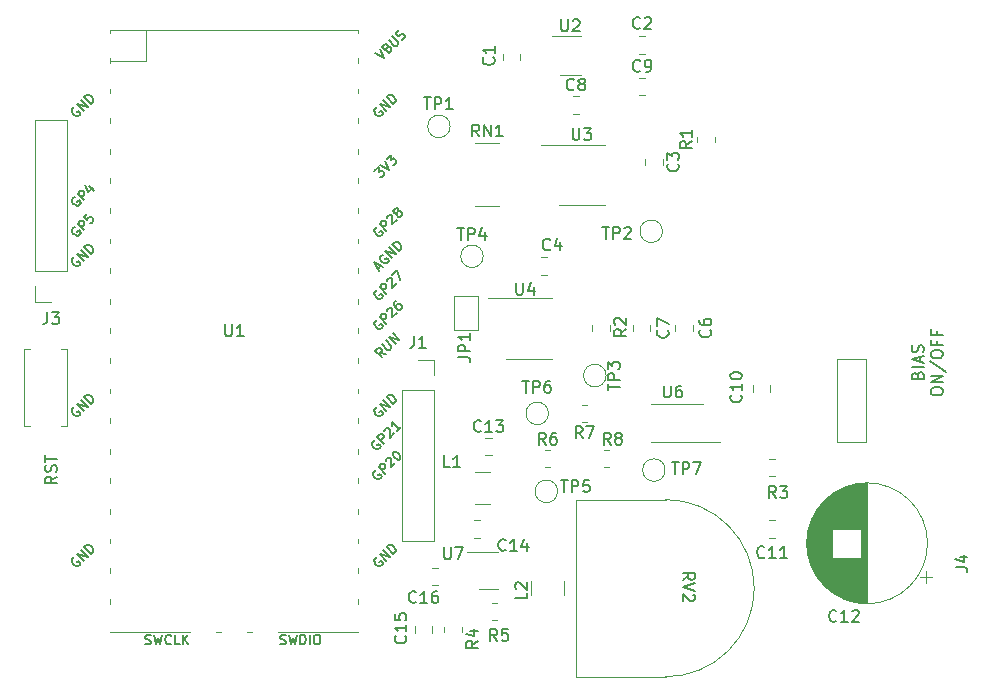
<source format=gbr>
%TF.GenerationSoftware,KiCad,Pcbnew,(6.0.0)*%
%TF.CreationDate,2022-03-15T13:53:43+01:00*%
%TF.ProjectId,driver-board,64726976-6572-42d6-926f-6172642e6b69,rev?*%
%TF.SameCoordinates,Original*%
%TF.FileFunction,Legend,Top*%
%TF.FilePolarity,Positive*%
%FSLAX46Y46*%
G04 Gerber Fmt 4.6, Leading zero omitted, Abs format (unit mm)*
G04 Created by KiCad (PCBNEW (6.0.0)) date 2022-03-15 13:53:43*
%MOMM*%
%LPD*%
G01*
G04 APERTURE LIST*
%ADD10C,0.150000*%
%ADD11C,0.120000*%
G04 APERTURE END LIST*
D10*
X63452380Y-111547619D02*
X62976190Y-111880952D01*
X63452380Y-112119047D02*
X62452380Y-112119047D01*
X62452380Y-111738095D01*
X62500000Y-111642857D01*
X62547619Y-111595238D01*
X62642857Y-111547619D01*
X62785714Y-111547619D01*
X62880952Y-111595238D01*
X62928571Y-111642857D01*
X62976190Y-111738095D01*
X62976190Y-112119047D01*
X63404761Y-111166666D02*
X63452380Y-111023809D01*
X63452380Y-110785714D01*
X63404761Y-110690476D01*
X63357142Y-110642857D01*
X63261904Y-110595238D01*
X63166666Y-110595238D01*
X63071428Y-110642857D01*
X63023809Y-110690476D01*
X62976190Y-110785714D01*
X62928571Y-110976190D01*
X62880952Y-111071428D01*
X62833333Y-111119047D01*
X62738095Y-111166666D01*
X62642857Y-111166666D01*
X62547619Y-111119047D01*
X62500000Y-111071428D01*
X62452380Y-110976190D01*
X62452380Y-110738095D01*
X62500000Y-110595238D01*
X62452380Y-110309523D02*
X62452380Y-109738095D01*
X63452380Y-110023809D02*
X62452380Y-110023809D01*
X136323571Y-102971428D02*
X136371190Y-102828571D01*
X136418809Y-102780952D01*
X136514047Y-102733333D01*
X136656904Y-102733333D01*
X136752142Y-102780952D01*
X136799761Y-102828571D01*
X136847380Y-102923809D01*
X136847380Y-103304761D01*
X135847380Y-103304761D01*
X135847380Y-102971428D01*
X135895000Y-102876190D01*
X135942619Y-102828571D01*
X136037857Y-102780952D01*
X136133095Y-102780952D01*
X136228333Y-102828571D01*
X136275952Y-102876190D01*
X136323571Y-102971428D01*
X136323571Y-103304761D01*
X136847380Y-102304761D02*
X135847380Y-102304761D01*
X136561666Y-101876190D02*
X136561666Y-101400000D01*
X136847380Y-101971428D02*
X135847380Y-101638095D01*
X136847380Y-101304761D01*
X136799761Y-101019047D02*
X136847380Y-100876190D01*
X136847380Y-100638095D01*
X136799761Y-100542857D01*
X136752142Y-100495238D01*
X136656904Y-100447619D01*
X136561666Y-100447619D01*
X136466428Y-100495238D01*
X136418809Y-100542857D01*
X136371190Y-100638095D01*
X136323571Y-100828571D01*
X136275952Y-100923809D01*
X136228333Y-100971428D01*
X136133095Y-101019047D01*
X136037857Y-101019047D01*
X135942619Y-100971428D01*
X135895000Y-100923809D01*
X135847380Y-100828571D01*
X135847380Y-100590476D01*
X135895000Y-100447619D01*
X137457380Y-104423809D02*
X137457380Y-104233333D01*
X137505000Y-104138095D01*
X137600238Y-104042857D01*
X137790714Y-103995238D01*
X138124047Y-103995238D01*
X138314523Y-104042857D01*
X138409761Y-104138095D01*
X138457380Y-104233333D01*
X138457380Y-104423809D01*
X138409761Y-104519047D01*
X138314523Y-104614285D01*
X138124047Y-104661904D01*
X137790714Y-104661904D01*
X137600238Y-104614285D01*
X137505000Y-104519047D01*
X137457380Y-104423809D01*
X138457380Y-103566666D02*
X137457380Y-103566666D01*
X138457380Y-102995238D01*
X137457380Y-102995238D01*
X137409761Y-101804761D02*
X138695476Y-102661904D01*
X137457380Y-101280952D02*
X137457380Y-101090476D01*
X137505000Y-100995238D01*
X137600238Y-100900000D01*
X137790714Y-100852380D01*
X138124047Y-100852380D01*
X138314523Y-100900000D01*
X138409761Y-100995238D01*
X138457380Y-101090476D01*
X138457380Y-101280952D01*
X138409761Y-101376190D01*
X138314523Y-101471428D01*
X138124047Y-101519047D01*
X137790714Y-101519047D01*
X137600238Y-101471428D01*
X137505000Y-101376190D01*
X137457380Y-101280952D01*
X137933571Y-100090476D02*
X137933571Y-100423809D01*
X138457380Y-100423809D02*
X137457380Y-100423809D01*
X137457380Y-99947619D01*
X137933571Y-99233333D02*
X137933571Y-99566666D01*
X138457380Y-99566666D02*
X137457380Y-99566666D01*
X137457380Y-99090476D01*
%TO.C,U1*%
X77690595Y-98654880D02*
X77690595Y-99464404D01*
X77738214Y-99559642D01*
X77785833Y-99607261D01*
X77881071Y-99654880D01*
X78071547Y-99654880D01*
X78166785Y-99607261D01*
X78214404Y-99559642D01*
X78262023Y-99464404D01*
X78262023Y-98654880D01*
X79262023Y-99654880D02*
X78690595Y-99654880D01*
X78976309Y-99654880D02*
X78976309Y-98654880D01*
X78881071Y-98797738D01*
X78785833Y-98892976D01*
X78690595Y-98940595D01*
X91290875Y-101145935D02*
X90832939Y-101065122D01*
X90967626Y-101469183D02*
X90401941Y-100903498D01*
X90617440Y-100687999D01*
X90698252Y-100661061D01*
X90752127Y-100661061D01*
X90832939Y-100687999D01*
X90913751Y-100768811D01*
X90940689Y-100849623D01*
X90940689Y-100903498D01*
X90913751Y-100984310D01*
X90698252Y-101199809D01*
X90967626Y-100337812D02*
X91425562Y-100795748D01*
X91506374Y-100822686D01*
X91560249Y-100822686D01*
X91641061Y-100795748D01*
X91748811Y-100687999D01*
X91775748Y-100607187D01*
X91775748Y-100553312D01*
X91748811Y-100472500D01*
X91290875Y-100014564D01*
X92125935Y-100310875D02*
X91560249Y-99745190D01*
X92449183Y-99987626D01*
X91883498Y-99421941D01*
X64938658Y-80300655D02*
X64857846Y-80327593D01*
X64777034Y-80408405D01*
X64723159Y-80516154D01*
X64723159Y-80623904D01*
X64750097Y-80704716D01*
X64830909Y-80839403D01*
X64911721Y-80920215D01*
X65046408Y-81001028D01*
X65127220Y-81027965D01*
X65234970Y-81027965D01*
X65342719Y-80974090D01*
X65396594Y-80920215D01*
X65450469Y-80812466D01*
X65450469Y-80758591D01*
X65261907Y-80570029D01*
X65154158Y-80677779D01*
X65746780Y-80570029D02*
X65181095Y-80004344D01*
X66070029Y-80246780D01*
X65504344Y-79681095D01*
X66339403Y-79977406D02*
X65773718Y-79411721D01*
X65908405Y-79277034D01*
X66016154Y-79223159D01*
X66123904Y-79223159D01*
X66204716Y-79250097D01*
X66339403Y-79330909D01*
X66420215Y-79411721D01*
X66501028Y-79546408D01*
X66527965Y-79627220D01*
X66527965Y-79734970D01*
X66474090Y-79842719D01*
X66339403Y-79977406D01*
X90538658Y-80300655D02*
X90457846Y-80327593D01*
X90377034Y-80408405D01*
X90323159Y-80516154D01*
X90323159Y-80623904D01*
X90350097Y-80704716D01*
X90430909Y-80839403D01*
X90511721Y-80920215D01*
X90646408Y-81001028D01*
X90727220Y-81027965D01*
X90834970Y-81027965D01*
X90942719Y-80974090D01*
X90996594Y-80920215D01*
X91050469Y-80812466D01*
X91050469Y-80758591D01*
X90861907Y-80570029D01*
X90754158Y-80677779D01*
X91346780Y-80570029D02*
X90781095Y-80004344D01*
X91670029Y-80246780D01*
X91104344Y-79681095D01*
X91939403Y-79977406D02*
X91373718Y-79411721D01*
X91508405Y-79277034D01*
X91616154Y-79223159D01*
X91723904Y-79223159D01*
X91804716Y-79250097D01*
X91939403Y-79330909D01*
X92020215Y-79411721D01*
X92101028Y-79546408D01*
X92127965Y-79627220D01*
X92127965Y-79734970D01*
X92074090Y-79842719D01*
X91939403Y-79977406D01*
X64938658Y-93000655D02*
X64857846Y-93027593D01*
X64777034Y-93108405D01*
X64723159Y-93216154D01*
X64723159Y-93323904D01*
X64750097Y-93404716D01*
X64830909Y-93539403D01*
X64911721Y-93620215D01*
X65046408Y-93701028D01*
X65127220Y-93727965D01*
X65234970Y-93727965D01*
X65342719Y-93674090D01*
X65396594Y-93620215D01*
X65450469Y-93512466D01*
X65450469Y-93458591D01*
X65261907Y-93270029D01*
X65154158Y-93377779D01*
X65746780Y-93270029D02*
X65181095Y-92704344D01*
X66070029Y-92946780D01*
X65504344Y-92381095D01*
X66339403Y-92677406D02*
X65773718Y-92111721D01*
X65908405Y-91977034D01*
X66016154Y-91923159D01*
X66123904Y-91923159D01*
X66204716Y-91950097D01*
X66339403Y-92030909D01*
X66420215Y-92111721D01*
X66501028Y-92246408D01*
X66527965Y-92327220D01*
X66527965Y-92434970D01*
X66474090Y-92542719D01*
X66339403Y-92677406D01*
X90343722Y-108493092D02*
X90262910Y-108520029D01*
X90182097Y-108600841D01*
X90128223Y-108708591D01*
X90128223Y-108816341D01*
X90155160Y-108897153D01*
X90235972Y-109031840D01*
X90316784Y-109112652D01*
X90451471Y-109193464D01*
X90532284Y-109220402D01*
X90640033Y-109220402D01*
X90747783Y-109166527D01*
X90801658Y-109112652D01*
X90855532Y-109004902D01*
X90855532Y-108951028D01*
X90666971Y-108762466D01*
X90559221Y-108870215D01*
X91151844Y-108762466D02*
X90586158Y-108196780D01*
X90801658Y-107981281D01*
X90882470Y-107954344D01*
X90936345Y-107954344D01*
X91017157Y-107981281D01*
X91097969Y-108062093D01*
X91124906Y-108142906D01*
X91124906Y-108196780D01*
X91097969Y-108277593D01*
X90882470Y-108493092D01*
X91178781Y-107711907D02*
X91178781Y-107658032D01*
X91205719Y-107577220D01*
X91340406Y-107442533D01*
X91421218Y-107415596D01*
X91475093Y-107415596D01*
X91555905Y-107442533D01*
X91609780Y-107496408D01*
X91663654Y-107604158D01*
X91663654Y-108250655D01*
X92013841Y-107900469D01*
X92552589Y-107361721D02*
X92229340Y-107684970D01*
X92390964Y-107523345D02*
X91825279Y-106957660D01*
X91852216Y-107092347D01*
X91852216Y-107200097D01*
X91825279Y-107280909D01*
X90604097Y-93943464D02*
X90873471Y-93674090D01*
X90711846Y-94158963D02*
X90334723Y-93404716D01*
X91088970Y-93781840D01*
X91035095Y-92758219D02*
X90954283Y-92785156D01*
X90873471Y-92865968D01*
X90819596Y-92973718D01*
X90819596Y-93081467D01*
X90846533Y-93162280D01*
X90927345Y-93296967D01*
X91008158Y-93377779D01*
X91142845Y-93458591D01*
X91223657Y-93485528D01*
X91331406Y-93485528D01*
X91439156Y-93431654D01*
X91493031Y-93377779D01*
X91546906Y-93270029D01*
X91546906Y-93216154D01*
X91358344Y-93027593D01*
X91250594Y-93135342D01*
X91843217Y-93027593D02*
X91277532Y-92461907D01*
X92166466Y-92704344D01*
X91600780Y-92138658D01*
X92435840Y-92434970D02*
X91870154Y-91869284D01*
X92004841Y-91734597D01*
X92112591Y-91680723D01*
X92220341Y-91680723D01*
X92301153Y-91707660D01*
X92435840Y-91788472D01*
X92516652Y-91869284D01*
X92597464Y-92003971D01*
X92624402Y-92084784D01*
X92624402Y-92192533D01*
X92570527Y-92300283D01*
X92435840Y-92434970D01*
X70942976Y-125726309D02*
X71057261Y-125764404D01*
X71247738Y-125764404D01*
X71323928Y-125726309D01*
X71362023Y-125688214D01*
X71400119Y-125612023D01*
X71400119Y-125535833D01*
X71362023Y-125459642D01*
X71323928Y-125421547D01*
X71247738Y-125383452D01*
X71095357Y-125345357D01*
X71019166Y-125307261D01*
X70981071Y-125269166D01*
X70942976Y-125192976D01*
X70942976Y-125116785D01*
X70981071Y-125040595D01*
X71019166Y-125002500D01*
X71095357Y-124964404D01*
X71285833Y-124964404D01*
X71400119Y-125002500D01*
X71666785Y-124964404D02*
X71857261Y-125764404D01*
X72009642Y-125192976D01*
X72162023Y-125764404D01*
X72352500Y-124964404D01*
X73114404Y-125688214D02*
X73076309Y-125726309D01*
X72962023Y-125764404D01*
X72885833Y-125764404D01*
X72771547Y-125726309D01*
X72695357Y-125650119D01*
X72657261Y-125573928D01*
X72619166Y-125421547D01*
X72619166Y-125307261D01*
X72657261Y-125154880D01*
X72695357Y-125078690D01*
X72771547Y-125002500D01*
X72885833Y-124964404D01*
X72962023Y-124964404D01*
X73076309Y-125002500D01*
X73114404Y-125040595D01*
X73838214Y-125764404D02*
X73457261Y-125764404D01*
X73457261Y-124964404D01*
X74104880Y-125764404D02*
X74104880Y-124964404D01*
X74562023Y-125764404D02*
X74219166Y-125307261D01*
X74562023Y-124964404D02*
X74104880Y-125421547D01*
X90405629Y-75729809D02*
X91159877Y-76106933D01*
X90782753Y-75352686D01*
X91429251Y-75244936D02*
X91537000Y-75191061D01*
X91590875Y-75191061D01*
X91671687Y-75217999D01*
X91752499Y-75298811D01*
X91779437Y-75379623D01*
X91779437Y-75433498D01*
X91752500Y-75514310D01*
X91537000Y-75729809D01*
X90971315Y-75164124D01*
X91159877Y-74975562D01*
X91240689Y-74948625D01*
X91294564Y-74948625D01*
X91375376Y-74975562D01*
X91429251Y-75029437D01*
X91456188Y-75110249D01*
X91456188Y-75164124D01*
X91429251Y-75244936D01*
X91240689Y-75433498D01*
X91537000Y-74598438D02*
X91994936Y-75056374D01*
X92075748Y-75083312D01*
X92129623Y-75083312D01*
X92210435Y-75056374D01*
X92318185Y-74948625D01*
X92345122Y-74867812D01*
X92345122Y-74813938D01*
X92318185Y-74733125D01*
X91860249Y-74275190D01*
X92641434Y-74571501D02*
X92749183Y-74517626D01*
X92883870Y-74382939D01*
X92910808Y-74302127D01*
X92910808Y-74248252D01*
X92883870Y-74167440D01*
X92829996Y-74113565D01*
X92749183Y-74086628D01*
X92695309Y-74086628D01*
X92614496Y-74113565D01*
X92479809Y-74194377D01*
X92398997Y-74221315D01*
X92345122Y-74221315D01*
X92264310Y-74194377D01*
X92210435Y-74140503D01*
X92183498Y-74059690D01*
X92183498Y-74005816D01*
X92210435Y-73925003D01*
X92345122Y-73790316D01*
X92452872Y-73736442D01*
X82357261Y-125726309D02*
X82471547Y-125764404D01*
X82662023Y-125764404D01*
X82738214Y-125726309D01*
X82776309Y-125688214D01*
X82814404Y-125612023D01*
X82814404Y-125535833D01*
X82776309Y-125459642D01*
X82738214Y-125421547D01*
X82662023Y-125383452D01*
X82509642Y-125345357D01*
X82433452Y-125307261D01*
X82395357Y-125269166D01*
X82357261Y-125192976D01*
X82357261Y-125116785D01*
X82395357Y-125040595D01*
X82433452Y-125002500D01*
X82509642Y-124964404D01*
X82700119Y-124964404D01*
X82814404Y-125002500D01*
X83081071Y-124964404D02*
X83271547Y-125764404D01*
X83423928Y-125192976D01*
X83576309Y-125764404D01*
X83766785Y-124964404D01*
X84071547Y-125764404D02*
X84071547Y-124964404D01*
X84262023Y-124964404D01*
X84376309Y-125002500D01*
X84452500Y-125078690D01*
X84490595Y-125154880D01*
X84528690Y-125307261D01*
X84528690Y-125421547D01*
X84490595Y-125573928D01*
X84452500Y-125650119D01*
X84376309Y-125726309D01*
X84262023Y-125764404D01*
X84071547Y-125764404D01*
X84871547Y-125764404D02*
X84871547Y-124964404D01*
X85404880Y-124964404D02*
X85557261Y-124964404D01*
X85633452Y-125002500D01*
X85709642Y-125078690D01*
X85747738Y-125231071D01*
X85747738Y-125497738D01*
X85709642Y-125650119D01*
X85633452Y-125726309D01*
X85557261Y-125764404D01*
X85404880Y-125764404D01*
X85328690Y-125726309D01*
X85252500Y-125650119D01*
X85214404Y-125497738D01*
X85214404Y-125231071D01*
X85252500Y-125078690D01*
X85328690Y-125002500D01*
X85404880Y-124964404D01*
X90538658Y-105700655D02*
X90457846Y-105727593D01*
X90377034Y-105808405D01*
X90323159Y-105916154D01*
X90323159Y-106023904D01*
X90350097Y-106104716D01*
X90430909Y-106239403D01*
X90511721Y-106320215D01*
X90646408Y-106401028D01*
X90727220Y-106427965D01*
X90834970Y-106427965D01*
X90942719Y-106374090D01*
X90996594Y-106320215D01*
X91050469Y-106212466D01*
X91050469Y-106158591D01*
X90861907Y-105970029D01*
X90754158Y-106077779D01*
X91346780Y-105970029D02*
X90781095Y-105404344D01*
X91670029Y-105646780D01*
X91104344Y-105081095D01*
X91939403Y-105377406D02*
X91373718Y-104811721D01*
X91508405Y-104677034D01*
X91616154Y-104623159D01*
X91723904Y-104623159D01*
X91804716Y-104650097D01*
X91939403Y-104730909D01*
X92020215Y-104811721D01*
X92101028Y-104946408D01*
X92127965Y-105027220D01*
X92127965Y-105134970D01*
X92074090Y-105242719D01*
X91939403Y-105377406D01*
X64965596Y-87893718D02*
X64884784Y-87920655D01*
X64803971Y-88001467D01*
X64750097Y-88109217D01*
X64750097Y-88216967D01*
X64777034Y-88297779D01*
X64857846Y-88432466D01*
X64938658Y-88513278D01*
X65073345Y-88594090D01*
X65154158Y-88621028D01*
X65261907Y-88621028D01*
X65369657Y-88567153D01*
X65423532Y-88513278D01*
X65477406Y-88405528D01*
X65477406Y-88351654D01*
X65288845Y-88163092D01*
X65181095Y-88270841D01*
X65773718Y-88163092D02*
X65208032Y-87597406D01*
X65423532Y-87381907D01*
X65504344Y-87354970D01*
X65558219Y-87354970D01*
X65639031Y-87381907D01*
X65719843Y-87462719D01*
X65746780Y-87543532D01*
X65746780Y-87597406D01*
X65719843Y-87678219D01*
X65504344Y-87893718D01*
X66204716Y-86977846D02*
X66581840Y-87354970D01*
X65854530Y-86897034D02*
X66123904Y-87435782D01*
X66474090Y-87085596D01*
X64938658Y-118400655D02*
X64857846Y-118427593D01*
X64777034Y-118508405D01*
X64723159Y-118616154D01*
X64723159Y-118723904D01*
X64750097Y-118804716D01*
X64830909Y-118939403D01*
X64911721Y-119020215D01*
X65046408Y-119101028D01*
X65127220Y-119127965D01*
X65234970Y-119127965D01*
X65342719Y-119074090D01*
X65396594Y-119020215D01*
X65450469Y-118912466D01*
X65450469Y-118858591D01*
X65261907Y-118670029D01*
X65154158Y-118777779D01*
X65746780Y-118670029D02*
X65181095Y-118104344D01*
X66070029Y-118346780D01*
X65504344Y-117781095D01*
X66339403Y-118077406D02*
X65773718Y-117511721D01*
X65908405Y-117377034D01*
X66016154Y-117323159D01*
X66123904Y-117323159D01*
X66204716Y-117350097D01*
X66339403Y-117430909D01*
X66420215Y-117511721D01*
X66501028Y-117646408D01*
X66527965Y-117727220D01*
X66527965Y-117834970D01*
X66474090Y-117942719D01*
X66339403Y-118077406D01*
X90550222Y-90449092D02*
X90469410Y-90476029D01*
X90388597Y-90556841D01*
X90334723Y-90664591D01*
X90334723Y-90772341D01*
X90361660Y-90853153D01*
X90442472Y-90987840D01*
X90523284Y-91068652D01*
X90657971Y-91149464D01*
X90738784Y-91176402D01*
X90846533Y-91176402D01*
X90954283Y-91122527D01*
X91008158Y-91068652D01*
X91062032Y-90960902D01*
X91062032Y-90907028D01*
X90873471Y-90718466D01*
X90765721Y-90826215D01*
X91358344Y-90718466D02*
X90792658Y-90152780D01*
X91008158Y-89937281D01*
X91088970Y-89910344D01*
X91142845Y-89910344D01*
X91223657Y-89937281D01*
X91304469Y-90018093D01*
X91331406Y-90098906D01*
X91331406Y-90152780D01*
X91304469Y-90233593D01*
X91088970Y-90449092D01*
X91385281Y-89667907D02*
X91385281Y-89614032D01*
X91412219Y-89533220D01*
X91546906Y-89398533D01*
X91627718Y-89371596D01*
X91681593Y-89371596D01*
X91762405Y-89398533D01*
X91816280Y-89452408D01*
X91870154Y-89560158D01*
X91870154Y-90206655D01*
X92220341Y-89856469D01*
X92220341Y-89209971D02*
X92139528Y-89236909D01*
X92085654Y-89236909D01*
X92004841Y-89209971D01*
X91977904Y-89183034D01*
X91950967Y-89102222D01*
X91950967Y-89048347D01*
X91977904Y-88967535D01*
X92085654Y-88859785D01*
X92166466Y-88832848D01*
X92220341Y-88832848D01*
X92301153Y-88859785D01*
X92328090Y-88886723D01*
X92355028Y-88967535D01*
X92355028Y-89021410D01*
X92328090Y-89102222D01*
X92220341Y-89209971D01*
X92193403Y-89290784D01*
X92193403Y-89344658D01*
X92220341Y-89425471D01*
X92328090Y-89533220D01*
X92408902Y-89560158D01*
X92462777Y-89560158D01*
X92543589Y-89533220D01*
X92651339Y-89425471D01*
X92678276Y-89344658D01*
X92678276Y-89290784D01*
X92651339Y-89209971D01*
X92543589Y-89102222D01*
X92462777Y-89075284D01*
X92408902Y-89075284D01*
X92328090Y-89102222D01*
X90550222Y-95793092D02*
X90469410Y-95820029D01*
X90388597Y-95900841D01*
X90334723Y-96008591D01*
X90334723Y-96116341D01*
X90361660Y-96197153D01*
X90442472Y-96331840D01*
X90523284Y-96412652D01*
X90657971Y-96493464D01*
X90738784Y-96520402D01*
X90846533Y-96520402D01*
X90954283Y-96466527D01*
X91008158Y-96412652D01*
X91062032Y-96304902D01*
X91062032Y-96251028D01*
X90873471Y-96062466D01*
X90765721Y-96170215D01*
X91358344Y-96062466D02*
X90792658Y-95496780D01*
X91008158Y-95281281D01*
X91088970Y-95254344D01*
X91142845Y-95254344D01*
X91223657Y-95281281D01*
X91304469Y-95362093D01*
X91331406Y-95442906D01*
X91331406Y-95496780D01*
X91304469Y-95577593D01*
X91088970Y-95793092D01*
X91385281Y-95011907D02*
X91385281Y-94958032D01*
X91412219Y-94877220D01*
X91546906Y-94742533D01*
X91627718Y-94715596D01*
X91681593Y-94715596D01*
X91762405Y-94742533D01*
X91816280Y-94796408D01*
X91870154Y-94904158D01*
X91870154Y-95550655D01*
X92220341Y-95200469D01*
X91843217Y-94446222D02*
X92220341Y-94069098D01*
X92543589Y-94877220D01*
X90550222Y-98323092D02*
X90469410Y-98350029D01*
X90388597Y-98430841D01*
X90334723Y-98538591D01*
X90334723Y-98646341D01*
X90361660Y-98727153D01*
X90442472Y-98861840D01*
X90523284Y-98942652D01*
X90657971Y-99023464D01*
X90738784Y-99050402D01*
X90846533Y-99050402D01*
X90954283Y-98996527D01*
X91008158Y-98942652D01*
X91062032Y-98834902D01*
X91062032Y-98781028D01*
X90873471Y-98592466D01*
X90765721Y-98700215D01*
X91358344Y-98592466D02*
X90792658Y-98026780D01*
X91008158Y-97811281D01*
X91088970Y-97784344D01*
X91142845Y-97784344D01*
X91223657Y-97811281D01*
X91304469Y-97892093D01*
X91331406Y-97972906D01*
X91331406Y-98026780D01*
X91304469Y-98107593D01*
X91088970Y-98323092D01*
X91385281Y-97541907D02*
X91385281Y-97488032D01*
X91412219Y-97407220D01*
X91546906Y-97272533D01*
X91627718Y-97245596D01*
X91681593Y-97245596D01*
X91762405Y-97272533D01*
X91816280Y-97326408D01*
X91870154Y-97434158D01*
X91870154Y-98080655D01*
X92220341Y-97730469D01*
X92139528Y-96679910D02*
X92031779Y-96787660D01*
X92004841Y-96868472D01*
X92004841Y-96922347D01*
X92031779Y-97057034D01*
X92112591Y-97191721D01*
X92328090Y-97407220D01*
X92408902Y-97434158D01*
X92462777Y-97434158D01*
X92543589Y-97407220D01*
X92651339Y-97299471D01*
X92678276Y-97218658D01*
X92678276Y-97164784D01*
X92651339Y-97083971D01*
X92516652Y-96949284D01*
X92435840Y-96922347D01*
X92381965Y-96922347D01*
X92301153Y-96949284D01*
X92193403Y-97057034D01*
X92166466Y-97137846D01*
X92166466Y-97191721D01*
X92193403Y-97272533D01*
X90443722Y-111023092D02*
X90362910Y-111050029D01*
X90282097Y-111130841D01*
X90228223Y-111238591D01*
X90228223Y-111346341D01*
X90255160Y-111427153D01*
X90335972Y-111561840D01*
X90416784Y-111642652D01*
X90551471Y-111723464D01*
X90632284Y-111750402D01*
X90740033Y-111750402D01*
X90847783Y-111696527D01*
X90901658Y-111642652D01*
X90955532Y-111534902D01*
X90955532Y-111481028D01*
X90766971Y-111292466D01*
X90659221Y-111400215D01*
X91251844Y-111292466D02*
X90686158Y-110726780D01*
X90901658Y-110511281D01*
X90982470Y-110484344D01*
X91036345Y-110484344D01*
X91117157Y-110511281D01*
X91197969Y-110592093D01*
X91224906Y-110672906D01*
X91224906Y-110726780D01*
X91197969Y-110807593D01*
X90982470Y-111023092D01*
X91278781Y-110241907D02*
X91278781Y-110188032D01*
X91305719Y-110107220D01*
X91440406Y-109972533D01*
X91521218Y-109945596D01*
X91575093Y-109945596D01*
X91655905Y-109972533D01*
X91709780Y-110026408D01*
X91763654Y-110134158D01*
X91763654Y-110780655D01*
X92113841Y-110430469D01*
X91898341Y-109514597D02*
X91952216Y-109460723D01*
X92033028Y-109433785D01*
X92086903Y-109433785D01*
X92167715Y-109460723D01*
X92302402Y-109541535D01*
X92437089Y-109676222D01*
X92517902Y-109810909D01*
X92544839Y-109891721D01*
X92544839Y-109945596D01*
X92517902Y-110026408D01*
X92464027Y-110080283D01*
X92383215Y-110107220D01*
X92329340Y-110107220D01*
X92248528Y-110080283D01*
X92113841Y-109999471D01*
X91979154Y-109864784D01*
X91898341Y-109730097D01*
X91871404Y-109649284D01*
X91871404Y-109595410D01*
X91898341Y-109514597D01*
X90538658Y-118400655D02*
X90457846Y-118427593D01*
X90377034Y-118508405D01*
X90323159Y-118616154D01*
X90323159Y-118723904D01*
X90350097Y-118804716D01*
X90430909Y-118939403D01*
X90511721Y-119020215D01*
X90646408Y-119101028D01*
X90727220Y-119127965D01*
X90834970Y-119127965D01*
X90942719Y-119074090D01*
X90996594Y-119020215D01*
X91050469Y-118912466D01*
X91050469Y-118858591D01*
X90861907Y-118670029D01*
X90754158Y-118777779D01*
X91346780Y-118670029D02*
X90781095Y-118104344D01*
X91670029Y-118346780D01*
X91104344Y-117781095D01*
X91939403Y-118077406D02*
X91373718Y-117511721D01*
X91508405Y-117377034D01*
X91616154Y-117323159D01*
X91723904Y-117323159D01*
X91804716Y-117350097D01*
X91939403Y-117430909D01*
X92020215Y-117511721D01*
X92101028Y-117646408D01*
X92127965Y-117727220D01*
X92127965Y-117834970D01*
X92074090Y-117942719D01*
X91939403Y-118077406D01*
X64965596Y-90433718D02*
X64884784Y-90460655D01*
X64803971Y-90541467D01*
X64750097Y-90649217D01*
X64750097Y-90756967D01*
X64777034Y-90837779D01*
X64857846Y-90972466D01*
X64938658Y-91053278D01*
X65073345Y-91134090D01*
X65154158Y-91161028D01*
X65261907Y-91161028D01*
X65369657Y-91107153D01*
X65423532Y-91053278D01*
X65477406Y-90945528D01*
X65477406Y-90891654D01*
X65288845Y-90703092D01*
X65181095Y-90810841D01*
X65773718Y-90703092D02*
X65208032Y-90137406D01*
X65423532Y-89921907D01*
X65504344Y-89894970D01*
X65558219Y-89894970D01*
X65639031Y-89921907D01*
X65719843Y-90002719D01*
X65746780Y-90083532D01*
X65746780Y-90137406D01*
X65719843Y-90218219D01*
X65504344Y-90433718D01*
X66043092Y-89302347D02*
X65773718Y-89571721D01*
X66016154Y-89868032D01*
X66016154Y-89814158D01*
X66043092Y-89733345D01*
X66177779Y-89598658D01*
X66258591Y-89571721D01*
X66312466Y-89571721D01*
X66393278Y-89598658D01*
X66527965Y-89733345D01*
X66554902Y-89814158D01*
X66554902Y-89868032D01*
X66527965Y-89948845D01*
X66393278Y-90083532D01*
X66312466Y-90110469D01*
X66258591Y-90110469D01*
X90342347Y-85693092D02*
X90692533Y-85342906D01*
X90719471Y-85746967D01*
X90800283Y-85666154D01*
X90881095Y-85639217D01*
X90934970Y-85639217D01*
X91015782Y-85666154D01*
X91150469Y-85800841D01*
X91177406Y-85881654D01*
X91177406Y-85935528D01*
X91150469Y-86016341D01*
X90988845Y-86177965D01*
X90908032Y-86204902D01*
X90854158Y-86204902D01*
X90854158Y-85181281D02*
X91608405Y-85558405D01*
X91231281Y-84804158D01*
X91365968Y-84669471D02*
X91716154Y-84319284D01*
X91743092Y-84723345D01*
X91823904Y-84642533D01*
X91904716Y-84615596D01*
X91958591Y-84615596D01*
X92039403Y-84642533D01*
X92174090Y-84777220D01*
X92201028Y-84858032D01*
X92201028Y-84911907D01*
X92174090Y-84992719D01*
X92012466Y-85154344D01*
X91931654Y-85181281D01*
X91877779Y-85181281D01*
X64938658Y-105700655D02*
X64857846Y-105727593D01*
X64777034Y-105808405D01*
X64723159Y-105916154D01*
X64723159Y-106023904D01*
X64750097Y-106104716D01*
X64830909Y-106239403D01*
X64911721Y-106320215D01*
X65046408Y-106401028D01*
X65127220Y-106427965D01*
X65234970Y-106427965D01*
X65342719Y-106374090D01*
X65396594Y-106320215D01*
X65450469Y-106212466D01*
X65450469Y-106158591D01*
X65261907Y-105970029D01*
X65154158Y-106077779D01*
X65746780Y-105970029D02*
X65181095Y-105404344D01*
X66070029Y-105646780D01*
X65504344Y-105081095D01*
X66339403Y-105377406D02*
X65773718Y-104811721D01*
X65908405Y-104677034D01*
X66016154Y-104623159D01*
X66123904Y-104623159D01*
X66204716Y-104650097D01*
X66339403Y-104730909D01*
X66420215Y-104811721D01*
X66501028Y-104946408D01*
X66527965Y-105027220D01*
X66527965Y-105134970D01*
X66474090Y-105242719D01*
X66339403Y-105377406D01*
%TO.C,C14*%
X101457142Y-117757142D02*
X101409523Y-117804761D01*
X101266666Y-117852380D01*
X101171428Y-117852380D01*
X101028571Y-117804761D01*
X100933333Y-117709523D01*
X100885714Y-117614285D01*
X100838095Y-117423809D01*
X100838095Y-117280952D01*
X100885714Y-117090476D01*
X100933333Y-116995238D01*
X101028571Y-116900000D01*
X101171428Y-116852380D01*
X101266666Y-116852380D01*
X101409523Y-116900000D01*
X101457142Y-116947619D01*
X102409523Y-117852380D02*
X101838095Y-117852380D01*
X102123809Y-117852380D02*
X102123809Y-116852380D01*
X102028571Y-116995238D01*
X101933333Y-117090476D01*
X101838095Y-117138095D01*
X103266666Y-117185714D02*
X103266666Y-117852380D01*
X103028571Y-116804761D02*
X102790476Y-117519047D01*
X103409523Y-117519047D01*
%TO.C,C10*%
X121357142Y-104642857D02*
X121404761Y-104690476D01*
X121452380Y-104833333D01*
X121452380Y-104928571D01*
X121404761Y-105071428D01*
X121309523Y-105166666D01*
X121214285Y-105214285D01*
X121023809Y-105261904D01*
X120880952Y-105261904D01*
X120690476Y-105214285D01*
X120595238Y-105166666D01*
X120500000Y-105071428D01*
X120452380Y-104928571D01*
X120452380Y-104833333D01*
X120500000Y-104690476D01*
X120547619Y-104642857D01*
X121452380Y-103690476D02*
X121452380Y-104261904D01*
X121452380Y-103976190D02*
X120452380Y-103976190D01*
X120595238Y-104071428D01*
X120690476Y-104166666D01*
X120738095Y-104261904D01*
X120452380Y-103071428D02*
X120452380Y-102976190D01*
X120500000Y-102880952D01*
X120547619Y-102833333D01*
X120642857Y-102785714D01*
X120833333Y-102738095D01*
X121071428Y-102738095D01*
X121261904Y-102785714D01*
X121357142Y-102833333D01*
X121404761Y-102880952D01*
X121452380Y-102976190D01*
X121452380Y-103071428D01*
X121404761Y-103166666D01*
X121357142Y-103214285D01*
X121261904Y-103261904D01*
X121071428Y-103309523D01*
X120833333Y-103309523D01*
X120642857Y-103261904D01*
X120547619Y-103214285D01*
X120500000Y-103166666D01*
X120452380Y-103071428D01*
%TO.C,R7*%
X107958813Y-108302380D02*
X107625480Y-107826190D01*
X107387384Y-108302380D02*
X107387384Y-107302380D01*
X107768337Y-107302380D01*
X107863575Y-107350000D01*
X107911194Y-107397619D01*
X107958813Y-107492857D01*
X107958813Y-107635714D01*
X107911194Y-107730952D01*
X107863575Y-107778571D01*
X107768337Y-107826190D01*
X107387384Y-107826190D01*
X108292146Y-107302380D02*
X108958813Y-107302380D01*
X108530241Y-108302380D01*
%TO.C,R4*%
X99102380Y-125466666D02*
X98626190Y-125800000D01*
X99102380Y-126038095D02*
X98102380Y-126038095D01*
X98102380Y-125657142D01*
X98150000Y-125561904D01*
X98197619Y-125514285D01*
X98292857Y-125466666D01*
X98435714Y-125466666D01*
X98530952Y-125514285D01*
X98578571Y-125561904D01*
X98626190Y-125657142D01*
X98626190Y-126038095D01*
X98435714Y-124609523D02*
X99102380Y-124609523D01*
X98054761Y-124847619D02*
X98769047Y-125085714D01*
X98769047Y-124466666D01*
%TO.C,C16*%
X93857142Y-122157142D02*
X93809523Y-122204761D01*
X93666666Y-122252380D01*
X93571428Y-122252380D01*
X93428571Y-122204761D01*
X93333333Y-122109523D01*
X93285714Y-122014285D01*
X93238095Y-121823809D01*
X93238095Y-121680952D01*
X93285714Y-121490476D01*
X93333333Y-121395238D01*
X93428571Y-121300000D01*
X93571428Y-121252380D01*
X93666666Y-121252380D01*
X93809523Y-121300000D01*
X93857142Y-121347619D01*
X94809523Y-122252380D02*
X94238095Y-122252380D01*
X94523809Y-122252380D02*
X94523809Y-121252380D01*
X94428571Y-121395238D01*
X94333333Y-121490476D01*
X94238095Y-121538095D01*
X95666666Y-121252380D02*
X95476190Y-121252380D01*
X95380952Y-121300000D01*
X95333333Y-121347619D01*
X95238095Y-121490476D01*
X95190476Y-121680952D01*
X95190476Y-122061904D01*
X95238095Y-122157142D01*
X95285714Y-122204761D01*
X95380952Y-122252380D01*
X95571428Y-122252380D01*
X95666666Y-122204761D01*
X95714285Y-122157142D01*
X95761904Y-122061904D01*
X95761904Y-121823809D01*
X95714285Y-121728571D01*
X95666666Y-121680952D01*
X95571428Y-121633333D01*
X95380952Y-121633333D01*
X95285714Y-121680952D01*
X95238095Y-121728571D01*
X95190476Y-121823809D01*
%TO.C,C3*%
X116037142Y-85066666D02*
X116084761Y-85114285D01*
X116132380Y-85257142D01*
X116132380Y-85352380D01*
X116084761Y-85495238D01*
X115989523Y-85590476D01*
X115894285Y-85638095D01*
X115703809Y-85685714D01*
X115560952Y-85685714D01*
X115370476Y-85638095D01*
X115275238Y-85590476D01*
X115180000Y-85495238D01*
X115132380Y-85352380D01*
X115132380Y-85257142D01*
X115180000Y-85114285D01*
X115227619Y-85066666D01*
X115132380Y-84733333D02*
X115132380Y-84114285D01*
X115513333Y-84447619D01*
X115513333Y-84304761D01*
X115560952Y-84209523D01*
X115608571Y-84161904D01*
X115703809Y-84114285D01*
X115941904Y-84114285D01*
X116037142Y-84161904D01*
X116084761Y-84209523D01*
X116132380Y-84304761D01*
X116132380Y-84590476D01*
X116084761Y-84685714D01*
X116037142Y-84733333D01*
%TO.C,L1*%
X96733333Y-110752380D02*
X96257142Y-110752380D01*
X96257142Y-109752380D01*
X97590476Y-110752380D02*
X97019047Y-110752380D01*
X97304761Y-110752380D02*
X97304761Y-109752380D01*
X97209523Y-109895238D01*
X97114285Y-109990476D01*
X97019047Y-110038095D01*
%TO.C,C13*%
X99357142Y-107677142D02*
X99309523Y-107724761D01*
X99166666Y-107772380D01*
X99071428Y-107772380D01*
X98928571Y-107724761D01*
X98833333Y-107629523D01*
X98785714Y-107534285D01*
X98738095Y-107343809D01*
X98738095Y-107200952D01*
X98785714Y-107010476D01*
X98833333Y-106915238D01*
X98928571Y-106820000D01*
X99071428Y-106772380D01*
X99166666Y-106772380D01*
X99309523Y-106820000D01*
X99357142Y-106867619D01*
X100309523Y-107772380D02*
X99738095Y-107772380D01*
X100023809Y-107772380D02*
X100023809Y-106772380D01*
X99928571Y-106915238D01*
X99833333Y-107010476D01*
X99738095Y-107058095D01*
X100642857Y-106772380D02*
X101261904Y-106772380D01*
X100928571Y-107153333D01*
X101071428Y-107153333D01*
X101166666Y-107200952D01*
X101214285Y-107248571D01*
X101261904Y-107343809D01*
X101261904Y-107581904D01*
X101214285Y-107677142D01*
X101166666Y-107724761D01*
X101071428Y-107772380D01*
X100785714Y-107772380D01*
X100690476Y-107724761D01*
X100642857Y-107677142D01*
%TO.C,R1*%
X117202380Y-83166666D02*
X116726190Y-83500000D01*
X117202380Y-83738095D02*
X116202380Y-83738095D01*
X116202380Y-83357142D01*
X116250000Y-83261904D01*
X116297619Y-83214285D01*
X116392857Y-83166666D01*
X116535714Y-83166666D01*
X116630952Y-83214285D01*
X116678571Y-83261904D01*
X116726190Y-83357142D01*
X116726190Y-83738095D01*
X117202380Y-82214285D02*
X117202380Y-82785714D01*
X117202380Y-82500000D02*
X116202380Y-82500000D01*
X116345238Y-82595238D01*
X116440476Y-82690476D01*
X116488095Y-82785714D01*
%TO.C,C1*%
X100419642Y-76066666D02*
X100467261Y-76114285D01*
X100514880Y-76257142D01*
X100514880Y-76352380D01*
X100467261Y-76495238D01*
X100372023Y-76590476D01*
X100276785Y-76638095D01*
X100086309Y-76685714D01*
X99943452Y-76685714D01*
X99752976Y-76638095D01*
X99657738Y-76590476D01*
X99562500Y-76495238D01*
X99514880Y-76352380D01*
X99514880Y-76257142D01*
X99562500Y-76114285D01*
X99610119Y-76066666D01*
X100514880Y-75114285D02*
X100514880Y-75685714D01*
X100514880Y-75400000D02*
X99514880Y-75400000D01*
X99657738Y-75495238D01*
X99752976Y-75590476D01*
X99800595Y-75685714D01*
%TO.C,C6*%
X118757142Y-99129166D02*
X118804761Y-99176785D01*
X118852380Y-99319642D01*
X118852380Y-99414880D01*
X118804761Y-99557738D01*
X118709523Y-99652976D01*
X118614285Y-99700595D01*
X118423809Y-99748214D01*
X118280952Y-99748214D01*
X118090476Y-99700595D01*
X117995238Y-99652976D01*
X117900000Y-99557738D01*
X117852380Y-99414880D01*
X117852380Y-99319642D01*
X117900000Y-99176785D01*
X117947619Y-99129166D01*
X117852380Y-98272023D02*
X117852380Y-98462500D01*
X117900000Y-98557738D01*
X117947619Y-98605357D01*
X118090476Y-98700595D01*
X118280952Y-98748214D01*
X118661904Y-98748214D01*
X118757142Y-98700595D01*
X118804761Y-98652976D01*
X118852380Y-98557738D01*
X118852380Y-98367261D01*
X118804761Y-98272023D01*
X118757142Y-98224404D01*
X118661904Y-98176785D01*
X118423809Y-98176785D01*
X118328571Y-98224404D01*
X118280952Y-98272023D01*
X118233333Y-98367261D01*
X118233333Y-98557738D01*
X118280952Y-98652976D01*
X118328571Y-98700595D01*
X118423809Y-98748214D01*
%TO.C,C2*%
X112833333Y-73557142D02*
X112785714Y-73604761D01*
X112642857Y-73652380D01*
X112547619Y-73652380D01*
X112404761Y-73604761D01*
X112309523Y-73509523D01*
X112261904Y-73414285D01*
X112214285Y-73223809D01*
X112214285Y-73080952D01*
X112261904Y-72890476D01*
X112309523Y-72795238D01*
X112404761Y-72700000D01*
X112547619Y-72652380D01*
X112642857Y-72652380D01*
X112785714Y-72700000D01*
X112833333Y-72747619D01*
X113214285Y-72747619D02*
X113261904Y-72700000D01*
X113357142Y-72652380D01*
X113595238Y-72652380D01*
X113690476Y-72700000D01*
X113738095Y-72747619D01*
X113785714Y-72842857D01*
X113785714Y-72938095D01*
X113738095Y-73080952D01*
X113166666Y-73652380D01*
X113785714Y-73652380D01*
%TO.C,U2*%
X106138095Y-72852380D02*
X106138095Y-73661904D01*
X106185714Y-73757142D01*
X106233333Y-73804761D01*
X106328571Y-73852380D01*
X106519047Y-73852380D01*
X106614285Y-73804761D01*
X106661904Y-73757142D01*
X106709523Y-73661904D01*
X106709523Y-72852380D01*
X107138095Y-72947619D02*
X107185714Y-72900000D01*
X107280952Y-72852380D01*
X107519047Y-72852380D01*
X107614285Y-72900000D01*
X107661904Y-72947619D01*
X107709523Y-73042857D01*
X107709523Y-73138095D01*
X107661904Y-73280952D01*
X107090476Y-73852380D01*
X107709523Y-73852380D01*
%TO.C,C9*%
X112833333Y-77177142D02*
X112785714Y-77224761D01*
X112642857Y-77272380D01*
X112547619Y-77272380D01*
X112404761Y-77224761D01*
X112309523Y-77129523D01*
X112261904Y-77034285D01*
X112214285Y-76843809D01*
X112214285Y-76700952D01*
X112261904Y-76510476D01*
X112309523Y-76415238D01*
X112404761Y-76320000D01*
X112547619Y-76272380D01*
X112642857Y-76272380D01*
X112785714Y-76320000D01*
X112833333Y-76367619D01*
X113309523Y-77272380D02*
X113500000Y-77272380D01*
X113595238Y-77224761D01*
X113642857Y-77177142D01*
X113738095Y-77034285D01*
X113785714Y-76843809D01*
X113785714Y-76462857D01*
X113738095Y-76367619D01*
X113690476Y-76320000D01*
X113595238Y-76272380D01*
X113404761Y-76272380D01*
X113309523Y-76320000D01*
X113261904Y-76367619D01*
X113214285Y-76462857D01*
X113214285Y-76700952D01*
X113261904Y-76796190D01*
X113309523Y-76843809D01*
X113404761Y-76891428D01*
X113595238Y-76891428D01*
X113690476Y-76843809D01*
X113738095Y-76796190D01*
X113785714Y-76700952D01*
%TO.C,RV2*%
X116447619Y-120304761D02*
X116923809Y-119971428D01*
X116447619Y-119733333D02*
X117447619Y-119733333D01*
X117447619Y-120114285D01*
X117400000Y-120209523D01*
X117352380Y-120257142D01*
X117257142Y-120304761D01*
X117114285Y-120304761D01*
X117019047Y-120257142D01*
X116971428Y-120209523D01*
X116923809Y-120114285D01*
X116923809Y-119733333D01*
X117447619Y-120590476D02*
X116447619Y-120923809D01*
X117447619Y-121257142D01*
X117352380Y-121542857D02*
X117400000Y-121590476D01*
X117447619Y-121685714D01*
X117447619Y-121923809D01*
X117400000Y-122019047D01*
X117352380Y-122066666D01*
X117257142Y-122114285D01*
X117161904Y-122114285D01*
X117019047Y-122066666D01*
X116447619Y-121495238D01*
X116447619Y-122114285D01*
%TO.C,TP4*%
X97354507Y-90503792D02*
X97925935Y-90503792D01*
X97640221Y-91503792D02*
X97640221Y-90503792D01*
X98259269Y-91503792D02*
X98259269Y-90503792D01*
X98640221Y-90503792D01*
X98735459Y-90551412D01*
X98783078Y-90599031D01*
X98830697Y-90694269D01*
X98830697Y-90837126D01*
X98783078Y-90932364D01*
X98735459Y-90979983D01*
X98640221Y-91027602D01*
X98259269Y-91027602D01*
X99687840Y-90837126D02*
X99687840Y-91503792D01*
X99449745Y-90456173D02*
X99211650Y-91170459D01*
X99830697Y-91170459D01*
%TO.C,C11*%
X123357142Y-118357142D02*
X123309523Y-118404761D01*
X123166666Y-118452380D01*
X123071428Y-118452380D01*
X122928571Y-118404761D01*
X122833333Y-118309523D01*
X122785714Y-118214285D01*
X122738095Y-118023809D01*
X122738095Y-117880952D01*
X122785714Y-117690476D01*
X122833333Y-117595238D01*
X122928571Y-117500000D01*
X123071428Y-117452380D01*
X123166666Y-117452380D01*
X123309523Y-117500000D01*
X123357142Y-117547619D01*
X124309523Y-118452380D02*
X123738095Y-118452380D01*
X124023809Y-118452380D02*
X124023809Y-117452380D01*
X123928571Y-117595238D01*
X123833333Y-117690476D01*
X123738095Y-117738095D01*
X125261904Y-118452380D02*
X124690476Y-118452380D01*
X124976190Y-118452380D02*
X124976190Y-117452380D01*
X124880952Y-117595238D01*
X124785714Y-117690476D01*
X124690476Y-117738095D01*
%TO.C,L2*%
X103252380Y-121366666D02*
X103252380Y-121842857D01*
X102252380Y-121842857D01*
X102347619Y-121080952D02*
X102300000Y-121033333D01*
X102252380Y-120938095D01*
X102252380Y-120700000D01*
X102300000Y-120604761D01*
X102347619Y-120557142D01*
X102442857Y-120509523D01*
X102538095Y-120509523D01*
X102680952Y-120557142D01*
X103252380Y-121128571D01*
X103252380Y-120509523D01*
%TO.C,TP7*%
X115538095Y-110352380D02*
X116109523Y-110352380D01*
X115823809Y-111352380D02*
X115823809Y-110352380D01*
X116442857Y-111352380D02*
X116442857Y-110352380D01*
X116823809Y-110352380D01*
X116919047Y-110400000D01*
X116966666Y-110447619D01*
X117014285Y-110542857D01*
X117014285Y-110685714D01*
X116966666Y-110780952D01*
X116919047Y-110828571D01*
X116823809Y-110876190D01*
X116442857Y-110876190D01*
X117347619Y-110352380D02*
X118014285Y-110352380D01*
X117585714Y-111352380D01*
%TO.C,J1*%
X93691665Y-99659880D02*
X93691665Y-100374166D01*
X93644046Y-100517023D01*
X93548808Y-100612261D01*
X93405951Y-100659880D01*
X93310713Y-100659880D01*
X94691665Y-100659880D02*
X94120237Y-100659880D01*
X94405951Y-100659880D02*
X94405951Y-99659880D01*
X94310713Y-99802738D01*
X94215475Y-99897976D01*
X94120237Y-99945595D01*
%TO.C,C12*%
X129457142Y-123757142D02*
X129409523Y-123804761D01*
X129266666Y-123852380D01*
X129171428Y-123852380D01*
X129028571Y-123804761D01*
X128933333Y-123709523D01*
X128885714Y-123614285D01*
X128838095Y-123423809D01*
X128838095Y-123280952D01*
X128885714Y-123090476D01*
X128933333Y-122995238D01*
X129028571Y-122900000D01*
X129171428Y-122852380D01*
X129266666Y-122852380D01*
X129409523Y-122900000D01*
X129457142Y-122947619D01*
X130409523Y-123852380D02*
X129838095Y-123852380D01*
X130123809Y-123852380D02*
X130123809Y-122852380D01*
X130028571Y-122995238D01*
X129933333Y-123090476D01*
X129838095Y-123138095D01*
X130790476Y-122947619D02*
X130838095Y-122900000D01*
X130933333Y-122852380D01*
X131171428Y-122852380D01*
X131266666Y-122900000D01*
X131314285Y-122947619D01*
X131361904Y-123042857D01*
X131361904Y-123138095D01*
X131314285Y-123280952D01*
X130742857Y-123852380D01*
X131361904Y-123852380D01*
%TO.C,J3*%
X62641666Y-97624880D02*
X62641666Y-98339166D01*
X62594047Y-98482023D01*
X62498809Y-98577261D01*
X62355952Y-98624880D01*
X62260714Y-98624880D01*
X63022619Y-97624880D02*
X63641666Y-97624880D01*
X63308333Y-98005833D01*
X63451190Y-98005833D01*
X63546428Y-98053452D01*
X63594047Y-98101071D01*
X63641666Y-98196309D01*
X63641666Y-98434404D01*
X63594047Y-98529642D01*
X63546428Y-98577261D01*
X63451190Y-98624880D01*
X63165476Y-98624880D01*
X63070238Y-98577261D01*
X63022619Y-98529642D01*
%TO.C,R6*%
X104833333Y-108852380D02*
X104500000Y-108376190D01*
X104261904Y-108852380D02*
X104261904Y-107852380D01*
X104642857Y-107852380D01*
X104738095Y-107900000D01*
X104785714Y-107947619D01*
X104833333Y-108042857D01*
X104833333Y-108185714D01*
X104785714Y-108280952D01*
X104738095Y-108328571D01*
X104642857Y-108376190D01*
X104261904Y-108376190D01*
X105690476Y-107852380D02*
X105500000Y-107852380D01*
X105404761Y-107900000D01*
X105357142Y-107947619D01*
X105261904Y-108090476D01*
X105214285Y-108280952D01*
X105214285Y-108661904D01*
X105261904Y-108757142D01*
X105309523Y-108804761D01*
X105404761Y-108852380D01*
X105595238Y-108852380D01*
X105690476Y-108804761D01*
X105738095Y-108757142D01*
X105785714Y-108661904D01*
X105785714Y-108423809D01*
X105738095Y-108328571D01*
X105690476Y-108280952D01*
X105595238Y-108233333D01*
X105404761Y-108233333D01*
X105309523Y-108280952D01*
X105261904Y-108328571D01*
X105214285Y-108423809D01*
%TO.C,TP1*%
X94538095Y-79452380D02*
X95109523Y-79452380D01*
X94823809Y-80452380D02*
X94823809Y-79452380D01*
X95442857Y-80452380D02*
X95442857Y-79452380D01*
X95823809Y-79452380D01*
X95919047Y-79500000D01*
X95966666Y-79547619D01*
X96014285Y-79642857D01*
X96014285Y-79785714D01*
X95966666Y-79880952D01*
X95919047Y-79928571D01*
X95823809Y-79976190D01*
X95442857Y-79976190D01*
X96966666Y-80452380D02*
X96395238Y-80452380D01*
X96680952Y-80452380D02*
X96680952Y-79452380D01*
X96585714Y-79595238D01*
X96490476Y-79690476D01*
X96395238Y-79738095D01*
%TO.C,RN1*%
X99209523Y-82752380D02*
X98876190Y-82276190D01*
X98638095Y-82752380D02*
X98638095Y-81752380D01*
X99019047Y-81752380D01*
X99114285Y-81800000D01*
X99161904Y-81847619D01*
X99209523Y-81942857D01*
X99209523Y-82085714D01*
X99161904Y-82180952D01*
X99114285Y-82228571D01*
X99019047Y-82276190D01*
X98638095Y-82276190D01*
X99638095Y-82752380D02*
X99638095Y-81752380D01*
X100209523Y-82752380D01*
X100209523Y-81752380D01*
X101209523Y-82752380D02*
X100638095Y-82752380D01*
X100923809Y-82752380D02*
X100923809Y-81752380D01*
X100828571Y-81895238D01*
X100733333Y-81990476D01*
X100638095Y-82038095D01*
%TO.C,U4*%
X102338095Y-95152380D02*
X102338095Y-95961904D01*
X102385714Y-96057142D01*
X102433333Y-96104761D01*
X102528571Y-96152380D01*
X102719047Y-96152380D01*
X102814285Y-96104761D01*
X102861904Y-96057142D01*
X102909523Y-95961904D01*
X102909523Y-95152380D01*
X103814285Y-95485714D02*
X103814285Y-96152380D01*
X103576190Y-95104761D02*
X103338095Y-95819047D01*
X103957142Y-95819047D01*
%TO.C,R8*%
X110333333Y-108852380D02*
X110000000Y-108376190D01*
X109761904Y-108852380D02*
X109761904Y-107852380D01*
X110142857Y-107852380D01*
X110238095Y-107900000D01*
X110285714Y-107947619D01*
X110333333Y-108042857D01*
X110333333Y-108185714D01*
X110285714Y-108280952D01*
X110238095Y-108328571D01*
X110142857Y-108376190D01*
X109761904Y-108376190D01*
X110904761Y-108280952D02*
X110809523Y-108233333D01*
X110761904Y-108185714D01*
X110714285Y-108090476D01*
X110714285Y-108042857D01*
X110761904Y-107947619D01*
X110809523Y-107900000D01*
X110904761Y-107852380D01*
X111095238Y-107852380D01*
X111190476Y-107900000D01*
X111238095Y-107947619D01*
X111285714Y-108042857D01*
X111285714Y-108090476D01*
X111238095Y-108185714D01*
X111190476Y-108233333D01*
X111095238Y-108280952D01*
X110904761Y-108280952D01*
X110809523Y-108328571D01*
X110761904Y-108376190D01*
X110714285Y-108471428D01*
X110714285Y-108661904D01*
X110761904Y-108757142D01*
X110809523Y-108804761D01*
X110904761Y-108852380D01*
X111095238Y-108852380D01*
X111190476Y-108804761D01*
X111238095Y-108757142D01*
X111285714Y-108661904D01*
X111285714Y-108471428D01*
X111238095Y-108376190D01*
X111190476Y-108328571D01*
X111095238Y-108280952D01*
%TO.C,JP1*%
X97452380Y-101433333D02*
X98166666Y-101433333D01*
X98309523Y-101480952D01*
X98404761Y-101576190D01*
X98452380Y-101719047D01*
X98452380Y-101814285D01*
X98452380Y-100957142D02*
X97452380Y-100957142D01*
X97452380Y-100576190D01*
X97500000Y-100480952D01*
X97547619Y-100433333D01*
X97642857Y-100385714D01*
X97785714Y-100385714D01*
X97880952Y-100433333D01*
X97928571Y-100480952D01*
X97976190Y-100576190D01*
X97976190Y-100957142D01*
X98452380Y-99433333D02*
X98452380Y-100004761D01*
X98452380Y-99719047D02*
X97452380Y-99719047D01*
X97595238Y-99814285D01*
X97690476Y-99909523D01*
X97738095Y-100004761D01*
%TO.C,R2*%
X111652380Y-99066666D02*
X111176190Y-99400000D01*
X111652380Y-99638095D02*
X110652380Y-99638095D01*
X110652380Y-99257142D01*
X110700000Y-99161904D01*
X110747619Y-99114285D01*
X110842857Y-99066666D01*
X110985714Y-99066666D01*
X111080952Y-99114285D01*
X111128571Y-99161904D01*
X111176190Y-99257142D01*
X111176190Y-99638095D01*
X110747619Y-98685714D02*
X110700000Y-98638095D01*
X110652380Y-98542857D01*
X110652380Y-98304761D01*
X110700000Y-98209523D01*
X110747619Y-98161904D01*
X110842857Y-98114285D01*
X110938095Y-98114285D01*
X111080952Y-98161904D01*
X111652380Y-98733333D01*
X111652380Y-98114285D01*
%TO.C,C7*%
X115157142Y-99164166D02*
X115204761Y-99211785D01*
X115252380Y-99354642D01*
X115252380Y-99449880D01*
X115204761Y-99592738D01*
X115109523Y-99687976D01*
X115014285Y-99735595D01*
X114823809Y-99783214D01*
X114680952Y-99783214D01*
X114490476Y-99735595D01*
X114395238Y-99687976D01*
X114300000Y-99592738D01*
X114252380Y-99449880D01*
X114252380Y-99354642D01*
X114300000Y-99211785D01*
X114347619Y-99164166D01*
X114252380Y-98830833D02*
X114252380Y-98164166D01*
X115252380Y-98592738D01*
%TO.C,TP6*%
X102863575Y-103452380D02*
X103435003Y-103452380D01*
X103149289Y-104452380D02*
X103149289Y-103452380D01*
X103768337Y-104452380D02*
X103768337Y-103452380D01*
X104149289Y-103452380D01*
X104244527Y-103500000D01*
X104292146Y-103547619D01*
X104339765Y-103642857D01*
X104339765Y-103785714D01*
X104292146Y-103880952D01*
X104244527Y-103928571D01*
X104149289Y-103976190D01*
X103768337Y-103976190D01*
X105196908Y-103452380D02*
X105006432Y-103452380D01*
X104911194Y-103500000D01*
X104863575Y-103547619D01*
X104768337Y-103690476D01*
X104720718Y-103880952D01*
X104720718Y-104261904D01*
X104768337Y-104357142D01*
X104815956Y-104404761D01*
X104911194Y-104452380D01*
X105101670Y-104452380D01*
X105196908Y-104404761D01*
X105244527Y-104357142D01*
X105292146Y-104261904D01*
X105292146Y-104023809D01*
X105244527Y-103928571D01*
X105196908Y-103880952D01*
X105101670Y-103833333D01*
X104911194Y-103833333D01*
X104815956Y-103880952D01*
X104768337Y-103928571D01*
X104720718Y-104023809D01*
%TO.C,R3*%
X124333333Y-113352380D02*
X124000000Y-112876190D01*
X123761904Y-113352380D02*
X123761904Y-112352380D01*
X124142857Y-112352380D01*
X124238095Y-112400000D01*
X124285714Y-112447619D01*
X124333333Y-112542857D01*
X124333333Y-112685714D01*
X124285714Y-112780952D01*
X124238095Y-112828571D01*
X124142857Y-112876190D01*
X123761904Y-112876190D01*
X124666666Y-112352380D02*
X125285714Y-112352380D01*
X124952380Y-112733333D01*
X125095238Y-112733333D01*
X125190476Y-112780952D01*
X125238095Y-112828571D01*
X125285714Y-112923809D01*
X125285714Y-113161904D01*
X125238095Y-113257142D01*
X125190476Y-113304761D01*
X125095238Y-113352380D01*
X124809523Y-113352380D01*
X124714285Y-113304761D01*
X124666666Y-113257142D01*
%TO.C,C8*%
X107233333Y-78757142D02*
X107185714Y-78804761D01*
X107042857Y-78852380D01*
X106947619Y-78852380D01*
X106804761Y-78804761D01*
X106709523Y-78709523D01*
X106661904Y-78614285D01*
X106614285Y-78423809D01*
X106614285Y-78280952D01*
X106661904Y-78090476D01*
X106709523Y-77995238D01*
X106804761Y-77900000D01*
X106947619Y-77852380D01*
X107042857Y-77852380D01*
X107185714Y-77900000D01*
X107233333Y-77947619D01*
X107804761Y-78280952D02*
X107709523Y-78233333D01*
X107661904Y-78185714D01*
X107614285Y-78090476D01*
X107614285Y-78042857D01*
X107661904Y-77947619D01*
X107709523Y-77900000D01*
X107804761Y-77852380D01*
X107995238Y-77852380D01*
X108090476Y-77900000D01*
X108138095Y-77947619D01*
X108185714Y-78042857D01*
X108185714Y-78090476D01*
X108138095Y-78185714D01*
X108090476Y-78233333D01*
X107995238Y-78280952D01*
X107804761Y-78280952D01*
X107709523Y-78328571D01*
X107661904Y-78376190D01*
X107614285Y-78471428D01*
X107614285Y-78661904D01*
X107661904Y-78757142D01*
X107709523Y-78804761D01*
X107804761Y-78852380D01*
X107995238Y-78852380D01*
X108090476Y-78804761D01*
X108138095Y-78757142D01*
X108185714Y-78661904D01*
X108185714Y-78471428D01*
X108138095Y-78376190D01*
X108090476Y-78328571D01*
X107995238Y-78280952D01*
%TO.C,C4*%
X105219421Y-92303230D02*
X105171802Y-92350849D01*
X105028945Y-92398468D01*
X104933707Y-92398468D01*
X104790849Y-92350849D01*
X104695611Y-92255611D01*
X104647992Y-92160373D01*
X104600373Y-91969897D01*
X104600373Y-91827040D01*
X104647992Y-91636564D01*
X104695611Y-91541326D01*
X104790849Y-91446088D01*
X104933707Y-91398468D01*
X105028945Y-91398468D01*
X105171802Y-91446088D01*
X105219421Y-91493707D01*
X106076564Y-91731802D02*
X106076564Y-92398468D01*
X105838468Y-91350849D02*
X105600373Y-92065135D01*
X106219421Y-92065135D01*
%TO.C,U3*%
X107115595Y-82054880D02*
X107115595Y-82864404D01*
X107163214Y-82959642D01*
X107210833Y-83007261D01*
X107306071Y-83054880D01*
X107496547Y-83054880D01*
X107591785Y-83007261D01*
X107639404Y-82959642D01*
X107687023Y-82864404D01*
X107687023Y-82054880D01*
X108067976Y-82054880D02*
X108687023Y-82054880D01*
X108353690Y-82435833D01*
X108496547Y-82435833D01*
X108591785Y-82483452D01*
X108639404Y-82531071D01*
X108687023Y-82626309D01*
X108687023Y-82864404D01*
X108639404Y-82959642D01*
X108591785Y-83007261D01*
X108496547Y-83054880D01*
X108210833Y-83054880D01*
X108115595Y-83007261D01*
X108067976Y-82959642D01*
%TO.C,TP5*%
X106138095Y-111852380D02*
X106709523Y-111852380D01*
X106423809Y-112852380D02*
X106423809Y-111852380D01*
X107042857Y-112852380D02*
X107042857Y-111852380D01*
X107423809Y-111852380D01*
X107519047Y-111900000D01*
X107566666Y-111947619D01*
X107614285Y-112042857D01*
X107614285Y-112185714D01*
X107566666Y-112280952D01*
X107519047Y-112328571D01*
X107423809Y-112376190D01*
X107042857Y-112376190D01*
X108519047Y-111852380D02*
X108042857Y-111852380D01*
X107995238Y-112328571D01*
X108042857Y-112280952D01*
X108138095Y-112233333D01*
X108376190Y-112233333D01*
X108471428Y-112280952D01*
X108519047Y-112328571D01*
X108566666Y-112423809D01*
X108566666Y-112661904D01*
X108519047Y-112757142D01*
X108471428Y-112804761D01*
X108376190Y-112852380D01*
X108138095Y-112852380D01*
X108042857Y-112804761D01*
X107995238Y-112757142D01*
%TO.C,R5*%
X100733333Y-125452380D02*
X100400000Y-124976190D01*
X100161904Y-125452380D02*
X100161904Y-124452380D01*
X100542857Y-124452380D01*
X100638095Y-124500000D01*
X100685714Y-124547619D01*
X100733333Y-124642857D01*
X100733333Y-124785714D01*
X100685714Y-124880952D01*
X100638095Y-124928571D01*
X100542857Y-124976190D01*
X100161904Y-124976190D01*
X101638095Y-124452380D02*
X101161904Y-124452380D01*
X101114285Y-124928571D01*
X101161904Y-124880952D01*
X101257142Y-124833333D01*
X101495238Y-124833333D01*
X101590476Y-124880952D01*
X101638095Y-124928571D01*
X101685714Y-125023809D01*
X101685714Y-125261904D01*
X101638095Y-125357142D01*
X101590476Y-125404761D01*
X101495238Y-125452380D01*
X101257142Y-125452380D01*
X101161904Y-125404761D01*
X101114285Y-125357142D01*
%TO.C,U6*%
X114838095Y-103852380D02*
X114838095Y-104661904D01*
X114885714Y-104757142D01*
X114933333Y-104804761D01*
X115028571Y-104852380D01*
X115219047Y-104852380D01*
X115314285Y-104804761D01*
X115361904Y-104757142D01*
X115409523Y-104661904D01*
X115409523Y-103852380D01*
X116314285Y-103852380D02*
X116123809Y-103852380D01*
X116028571Y-103900000D01*
X115980952Y-103947619D01*
X115885714Y-104090476D01*
X115838095Y-104280952D01*
X115838095Y-104661904D01*
X115885714Y-104757142D01*
X115933333Y-104804761D01*
X116028571Y-104852380D01*
X116219047Y-104852380D01*
X116314285Y-104804761D01*
X116361904Y-104757142D01*
X116409523Y-104661904D01*
X116409523Y-104423809D01*
X116361904Y-104328571D01*
X116314285Y-104280952D01*
X116219047Y-104233333D01*
X116028571Y-104233333D01*
X115933333Y-104280952D01*
X115885714Y-104328571D01*
X115838095Y-104423809D01*
%TO.C,TP3*%
X110100380Y-104261904D02*
X110100380Y-103690476D01*
X111100380Y-103976190D02*
X110100380Y-103976190D01*
X111100380Y-103357142D02*
X110100380Y-103357142D01*
X110100380Y-102976190D01*
X110148000Y-102880952D01*
X110195619Y-102833333D01*
X110290857Y-102785714D01*
X110433714Y-102785714D01*
X110528952Y-102833333D01*
X110576571Y-102880952D01*
X110624190Y-102976190D01*
X110624190Y-103357142D01*
X110100380Y-102452380D02*
X110100380Y-101833333D01*
X110481333Y-102166666D01*
X110481333Y-102023809D01*
X110528952Y-101928571D01*
X110576571Y-101880952D01*
X110671809Y-101833333D01*
X110909904Y-101833333D01*
X111005142Y-101880952D01*
X111052761Y-101928571D01*
X111100380Y-102023809D01*
X111100380Y-102309523D01*
X111052761Y-102404761D01*
X111005142Y-102452380D01*
%TO.C,J4*%
X139552380Y-119233333D02*
X140266666Y-119233333D01*
X140409523Y-119280952D01*
X140504761Y-119376190D01*
X140552380Y-119519047D01*
X140552380Y-119614285D01*
X139885714Y-118328571D02*
X140552380Y-118328571D01*
X139504761Y-118566666D02*
X140219047Y-118804761D01*
X140219047Y-118185714D01*
%TO.C,TP2*%
X109638095Y-90432380D02*
X110209523Y-90432380D01*
X109923809Y-91432380D02*
X109923809Y-90432380D01*
X110542857Y-91432380D02*
X110542857Y-90432380D01*
X110923809Y-90432380D01*
X111019047Y-90480000D01*
X111066666Y-90527619D01*
X111114285Y-90622857D01*
X111114285Y-90765714D01*
X111066666Y-90860952D01*
X111019047Y-90908571D01*
X110923809Y-90956190D01*
X110542857Y-90956190D01*
X111495238Y-90527619D02*
X111542857Y-90480000D01*
X111638095Y-90432380D01*
X111876190Y-90432380D01*
X111971428Y-90480000D01*
X112019047Y-90527619D01*
X112066666Y-90622857D01*
X112066666Y-90718095D01*
X112019047Y-90860952D01*
X111447619Y-91432380D01*
X112066666Y-91432380D01*
%TO.C,U7*%
X96238095Y-117552380D02*
X96238095Y-118361904D01*
X96285714Y-118457142D01*
X96333333Y-118504761D01*
X96428571Y-118552380D01*
X96619047Y-118552380D01*
X96714285Y-118504761D01*
X96761904Y-118457142D01*
X96809523Y-118361904D01*
X96809523Y-117552380D01*
X97190476Y-117552380D02*
X97857142Y-117552380D01*
X97428571Y-118552380D01*
%TO.C,C15*%
X92957142Y-125042857D02*
X93004761Y-125090476D01*
X93052380Y-125233333D01*
X93052380Y-125328571D01*
X93004761Y-125471428D01*
X92909523Y-125566666D01*
X92814285Y-125614285D01*
X92623809Y-125661904D01*
X92480952Y-125661904D01*
X92290476Y-125614285D01*
X92195238Y-125566666D01*
X92100000Y-125471428D01*
X92052380Y-125328571D01*
X92052380Y-125233333D01*
X92100000Y-125090476D01*
X92147619Y-125042857D01*
X93052380Y-124090476D02*
X93052380Y-124661904D01*
X93052380Y-124376190D02*
X92052380Y-124376190D01*
X92195238Y-124471428D01*
X92290476Y-124566666D01*
X92338095Y-124661904D01*
X92052380Y-123185714D02*
X92052380Y-123661904D01*
X92528571Y-123709523D01*
X92480952Y-123661904D01*
X92433333Y-123566666D01*
X92433333Y-123328571D01*
X92480952Y-123233333D01*
X92528571Y-123185714D01*
X92623809Y-123138095D01*
X92861904Y-123138095D01*
X92957142Y-123185714D01*
X93004761Y-123233333D01*
X93052380Y-123328571D01*
X93052380Y-123566666D01*
X93004761Y-123661904D01*
X92957142Y-123709523D01*
D11*
%TO.C,SW1*%
X63800000Y-100750000D02*
X64300000Y-100750000D01*
X60700000Y-100750000D02*
X61200000Y-100750000D01*
X64300000Y-100750000D02*
X64300000Y-107250000D01*
X63800000Y-107250000D02*
X64300000Y-107250000D01*
X60700000Y-107250000D02*
X60700000Y-100750000D01*
X60700000Y-107250000D02*
X61200000Y-107250000D01*
%TO.C,U1*%
X67952500Y-104102500D02*
X67952500Y-104502500D01*
X67952500Y-106602500D02*
X67952500Y-107002500D01*
X67952500Y-91402500D02*
X67952500Y-91802500D01*
X88952500Y-116802500D02*
X88952500Y-117202500D01*
X88952500Y-99002500D02*
X88952500Y-99402500D01*
X88952500Y-111702500D02*
X88952500Y-112102500D01*
X67952500Y-88802500D02*
X67952500Y-89202500D01*
X67952500Y-86302500D02*
X67952500Y-86702500D01*
X67952500Y-73702500D02*
X67952500Y-74002500D01*
X88952500Y-83802500D02*
X88952500Y-84202500D01*
X67952500Y-114302500D02*
X67952500Y-114702500D01*
X67952500Y-116802500D02*
X67952500Y-117202500D01*
X67952500Y-93902500D02*
X67952500Y-94302500D01*
X67952500Y-73702500D02*
X88952500Y-73702500D01*
X88952500Y-78702500D02*
X88952500Y-79102500D01*
X67952500Y-78702500D02*
X67952500Y-79102500D01*
X67952500Y-109202500D02*
X67952500Y-109602500D01*
X88952500Y-88802500D02*
X88952500Y-89202500D01*
X88952500Y-81202500D02*
X88952500Y-81602500D01*
X67952500Y-101502500D02*
X67952500Y-101902500D01*
X67952500Y-99002500D02*
X67952500Y-99402500D01*
X88952500Y-104102500D02*
X88952500Y-104502500D01*
X88952500Y-96502500D02*
X88952500Y-96902500D01*
X67952500Y-76102500D02*
X67952500Y-76502500D01*
X88952500Y-114302500D02*
X88952500Y-114702500D01*
X88952500Y-106602500D02*
X88952500Y-107002500D01*
X67952500Y-111702500D02*
X67952500Y-112102500D01*
X67952500Y-76369500D02*
X70959500Y-76369500D01*
X88952500Y-101502500D02*
X88952500Y-101902500D01*
X88952500Y-121902500D02*
X88952500Y-122302500D01*
X67952500Y-121902500D02*
X67952500Y-122302500D01*
X67952500Y-81202500D02*
X67952500Y-81602500D01*
X67952500Y-83802500D02*
X67952500Y-84202500D01*
X76952500Y-124702500D02*
X77352500Y-124702500D01*
X88952500Y-73702500D02*
X88952500Y-74002500D01*
X88952500Y-109202500D02*
X88952500Y-109602500D01*
X88952500Y-119302500D02*
X88952500Y-119702500D01*
X67952500Y-119302500D02*
X67952500Y-119702500D01*
X88952500Y-86302500D02*
X88952500Y-86702500D01*
X88952500Y-93902500D02*
X88952500Y-94302500D01*
X74752500Y-124702500D02*
X67952500Y-124702500D01*
X88952500Y-76102500D02*
X88952500Y-76502500D01*
X79552500Y-124702500D02*
X79952500Y-124702500D01*
X88952500Y-91402500D02*
X88952500Y-91802500D01*
X88952500Y-124702500D02*
X82152500Y-124702500D01*
X67952500Y-96502500D02*
X67952500Y-96902500D01*
X70959500Y-76369500D02*
X70959500Y-73702500D01*
%TO.C,C14*%
X98738748Y-116735000D02*
X99261252Y-116735000D01*
X98738748Y-115265000D02*
X99261252Y-115265000D01*
%TO.C,C10*%
X122365000Y-104361252D02*
X122365000Y-103838748D01*
X123835000Y-104361252D02*
X123835000Y-103838748D01*
%TO.C,R7*%
X108352544Y-105465000D02*
X107898416Y-105465000D01*
X108352544Y-106935000D02*
X107898416Y-106935000D01*
%TO.C,R4*%
X96265000Y-124272936D02*
X96265000Y-124727064D01*
X97735000Y-124272936D02*
X97735000Y-124727064D01*
%TO.C,C16*%
X95761252Y-119265000D02*
X95238748Y-119265000D01*
X95761252Y-120735000D02*
X95238748Y-120735000D01*
%TO.C,C3*%
X114735000Y-84638748D02*
X114735000Y-85161252D01*
X113265000Y-84638748D02*
X113265000Y-85161252D01*
%TO.C,L1*%
X100102064Y-111140000D02*
X98897936Y-111140000D01*
X100102064Y-113860000D02*
X98897936Y-113860000D01*
%TO.C,C13*%
X99738748Y-109735000D02*
X100261252Y-109735000D01*
X99738748Y-108265000D02*
X100261252Y-108265000D01*
%TO.C,R1*%
X117665000Y-83227064D02*
X117665000Y-82772936D01*
X119135000Y-83227064D02*
X119135000Y-82772936D01*
%TO.C,C1*%
X102660000Y-75738748D02*
X102660000Y-76261252D01*
X101190000Y-75738748D02*
X101190000Y-76261252D01*
%TO.C,SW2*%
X129500000Y-108600000D02*
X132000000Y-108600000D01*
X132000000Y-108600000D02*
X132000000Y-101600000D01*
X132000000Y-101600000D02*
X129500000Y-101600000D01*
X129500000Y-101600000D02*
X129500000Y-108600000D01*
%TO.C,C6*%
X117272500Y-99223752D02*
X117272500Y-98701248D01*
X115802500Y-99223752D02*
X115802500Y-98701248D01*
%TO.C,C2*%
X112701248Y-75735000D02*
X113223752Y-75735000D01*
X112701248Y-74265000D02*
X113223752Y-74265000D01*
%TO.C,U2*%
X106025000Y-77510000D02*
X107825000Y-77510000D01*
X107825000Y-74290000D02*
X105375000Y-74290000D01*
%TO.C,C9*%
X112738748Y-77765000D02*
X113261252Y-77765000D01*
X112738748Y-79235000D02*
X113261252Y-79235000D01*
%TO.C,RV2*%
X107400000Y-116000000D02*
X107400000Y-126000000D01*
X115000000Y-128499333D02*
X107400000Y-128500000D01*
X107400000Y-126000000D02*
X107400000Y-128500000D01*
X115000000Y-113500000D02*
X107500000Y-113500000D01*
X107400000Y-116000000D02*
X107400000Y-113500000D01*
X107500000Y-113500000D02*
X107400000Y-113500000D01*
X115000000Y-128499334D02*
G75*
G03*
X115000000Y-113500000I1J7499667D01*
G01*
%TO.C,TP4*%
X99550000Y-92900000D02*
G75*
G03*
X99550000Y-92900000I-950000J0D01*
G01*
%TO.C,C11*%
X123738748Y-116735000D02*
X124261252Y-116735000D01*
X123738748Y-115265000D02*
X124261252Y-115265000D01*
%TO.C,L2*%
X106360000Y-120397936D02*
X106360000Y-121602064D01*
X103640000Y-120397936D02*
X103640000Y-121602064D01*
%TO.C,TP7*%
X114950000Y-111000000D02*
G75*
G03*
X114950000Y-111000000I-950000J0D01*
G01*
%TO.C,J1*%
X94024999Y-101647500D02*
X95354999Y-101647500D01*
X92694999Y-117007500D02*
X95354999Y-117007500D01*
X95354999Y-104247500D02*
X95354999Y-117007500D01*
X92694999Y-104247500D02*
X95354999Y-104247500D01*
X92694999Y-104247500D02*
X92694999Y-117007500D01*
X95354999Y-101647500D02*
X95354999Y-102977500D01*
%TO.C,C12*%
X130049000Y-115959000D02*
X130049000Y-112526000D01*
X130849000Y-122138000D02*
X130849000Y-118441000D01*
X131009000Y-122174000D02*
X131009000Y-118441000D01*
X130729000Y-122107000D02*
X130729000Y-118441000D01*
X130889000Y-122147000D02*
X130889000Y-118441000D01*
X129449000Y-121571000D02*
X129449000Y-118441000D01*
X129569000Y-121640000D02*
X129569000Y-118441000D01*
X131730000Y-122270000D02*
X131730000Y-112130000D01*
X128369000Y-120720000D02*
X128369000Y-113680000D01*
X130489000Y-122037000D02*
X130489000Y-118441000D01*
X127529000Y-119565000D02*
X127529000Y-114835000D01*
X131209000Y-115959000D02*
X131209000Y-112189000D01*
X127369000Y-119237000D02*
X127369000Y-115163000D01*
X129329000Y-115959000D02*
X129329000Y-112902000D01*
X128649000Y-120989000D02*
X128649000Y-113411000D01*
X127689000Y-119845000D02*
X127689000Y-114555000D01*
X130449000Y-122024000D02*
X130449000Y-118441000D01*
X128329000Y-120678000D02*
X128329000Y-113722000D01*
X128129000Y-120454000D02*
X128129000Y-113946000D01*
X129289000Y-115959000D02*
X129289000Y-112927000D01*
X129969000Y-121839000D02*
X129969000Y-118441000D01*
X131370000Y-122235000D02*
X131370000Y-118441000D01*
X128609000Y-120953000D02*
X128609000Y-113447000D01*
X129209000Y-115959000D02*
X129209000Y-112979000D01*
X128409000Y-120761000D02*
X128409000Y-113639000D01*
X129009000Y-121280000D02*
X129009000Y-113120000D01*
X127169000Y-118710000D02*
X127169000Y-115690000D01*
X128169000Y-120501000D02*
X128169000Y-113899000D01*
X129969000Y-115959000D02*
X129969000Y-112561000D01*
X128049000Y-120356000D02*
X128049000Y-114044000D01*
X130489000Y-115959000D02*
X130489000Y-112363000D01*
X130529000Y-122050000D02*
X130529000Y-118441000D01*
X128769000Y-121092000D02*
X128769000Y-113308000D01*
X130209000Y-115959000D02*
X130209000Y-112462000D01*
X130529000Y-115959000D02*
X130529000Y-112350000D01*
X127609000Y-119710000D02*
X127609000Y-114690000D01*
X127049000Y-118262000D02*
X127049000Y-116138000D01*
X137529646Y-120075000D02*
X136529646Y-120075000D01*
X127929000Y-120200000D02*
X127929000Y-114200000D01*
X128289000Y-120636000D02*
X128289000Y-113764000D01*
X131329000Y-122230000D02*
X131329000Y-118441000D01*
X130289000Y-121968000D02*
X130289000Y-118441000D01*
X130209000Y-121938000D02*
X130209000Y-118441000D01*
X131049000Y-115959000D02*
X131049000Y-112218000D01*
X129249000Y-115959000D02*
X129249000Y-112953000D01*
X131009000Y-115959000D02*
X131009000Y-112226000D01*
X130369000Y-121997000D02*
X130369000Y-118441000D01*
X129729000Y-115959000D02*
X129729000Y-112675000D01*
X127649000Y-119779000D02*
X127649000Y-114621000D01*
X131450000Y-115959000D02*
X131450000Y-112155000D01*
X129769000Y-115959000D02*
X129769000Y-112655000D01*
X128689000Y-121024000D02*
X128689000Y-113376000D01*
X131129000Y-115959000D02*
X131129000Y-112203000D01*
X127289000Y-119046000D02*
X127289000Y-115354000D01*
X131049000Y-122182000D02*
X131049000Y-118441000D01*
X131450000Y-122245000D02*
X131450000Y-118441000D01*
X131490000Y-122250000D02*
X131490000Y-118441000D01*
X127769000Y-119970000D02*
X127769000Y-114430000D01*
X131370000Y-115959000D02*
X131370000Y-112165000D01*
X129489000Y-115959000D02*
X129489000Y-112805000D01*
X130089000Y-115959000D02*
X130089000Y-112510000D01*
X130889000Y-115959000D02*
X130889000Y-112253000D01*
X127249000Y-118942000D02*
X127249000Y-115458000D01*
X131249000Y-122218000D02*
X131249000Y-118441000D01*
X127889000Y-120145000D02*
X127889000Y-114255000D01*
X130449000Y-115959000D02*
X130449000Y-112376000D01*
X130689000Y-122097000D02*
X130689000Y-118441000D01*
X131610000Y-122262000D02*
X131610000Y-112138000D01*
X131810000Y-122275000D02*
X131810000Y-112125000D01*
X130769000Y-122118000D02*
X130769000Y-118441000D01*
X131129000Y-122197000D02*
X131129000Y-118441000D01*
X130009000Y-121857000D02*
X130009000Y-118441000D01*
X131930000Y-122279000D02*
X131930000Y-112121000D01*
X130569000Y-122062000D02*
X130569000Y-118441000D01*
X129929000Y-121821000D02*
X129929000Y-118441000D01*
X130129000Y-115959000D02*
X130129000Y-112493000D01*
X129369000Y-115959000D02*
X129369000Y-112877000D01*
X130809000Y-122128000D02*
X130809000Y-118441000D01*
X130969000Y-115959000D02*
X130969000Y-112235000D01*
X128809000Y-121125000D02*
X128809000Y-113275000D01*
X131410000Y-122240000D02*
X131410000Y-118441000D01*
X127449000Y-119409000D02*
X127449000Y-114991000D01*
X130369000Y-115959000D02*
X130369000Y-112403000D01*
X130169000Y-121923000D02*
X130169000Y-118441000D01*
X128529000Y-120879000D02*
X128529000Y-113521000D01*
X129769000Y-121745000D02*
X129769000Y-118441000D01*
X130609000Y-122074000D02*
X130609000Y-118441000D01*
X127089000Y-118430000D02*
X127089000Y-115970000D01*
X129849000Y-115959000D02*
X129849000Y-112616000D01*
X131650000Y-122265000D02*
X131650000Y-112135000D01*
X128929000Y-121220000D02*
X128929000Y-113180000D01*
X128489000Y-120840000D02*
X128489000Y-113560000D01*
X130049000Y-121874000D02*
X130049000Y-118441000D01*
X128209000Y-120547000D02*
X128209000Y-113853000D01*
X130249000Y-115959000D02*
X130249000Y-112446000D01*
X130329000Y-115959000D02*
X130329000Y-112417000D01*
X130689000Y-115959000D02*
X130689000Y-112303000D01*
X130769000Y-115959000D02*
X130769000Y-112282000D01*
X129529000Y-115959000D02*
X129529000Y-112783000D01*
X127209000Y-118830000D02*
X127209000Y-115570000D01*
X130849000Y-115959000D02*
X130849000Y-112262000D01*
X129169000Y-121394000D02*
X129169000Y-118441000D01*
X130649000Y-122085000D02*
X130649000Y-118441000D01*
X127409000Y-119325000D02*
X127409000Y-115075000D01*
X129209000Y-121421000D02*
X129209000Y-118441000D01*
X130169000Y-115959000D02*
X130169000Y-112477000D01*
X129129000Y-115959000D02*
X129129000Y-113034000D01*
X128849000Y-121157000D02*
X128849000Y-113243000D01*
X130969000Y-122165000D02*
X130969000Y-118441000D01*
X129809000Y-115959000D02*
X129809000Y-112636000D01*
X127009000Y-118062000D02*
X127009000Y-116338000D01*
X131089000Y-115959000D02*
X131089000Y-112210000D01*
X129089000Y-115959000D02*
X129089000Y-113062000D01*
X129569000Y-115959000D02*
X129569000Y-112760000D01*
X127569000Y-119639000D02*
X127569000Y-114761000D01*
X129609000Y-121662000D02*
X129609000Y-118441000D01*
X130329000Y-121983000D02*
X130329000Y-118441000D01*
X130089000Y-121890000D02*
X130089000Y-118441000D01*
X130609000Y-115959000D02*
X130609000Y-112326000D01*
X131169000Y-115959000D02*
X131169000Y-112196000D01*
X132010000Y-122280000D02*
X132010000Y-112120000D01*
X130729000Y-115959000D02*
X130729000Y-112293000D01*
X129729000Y-121725000D02*
X129729000Y-118441000D01*
X130409000Y-115959000D02*
X130409000Y-112389000D01*
X131530000Y-122254000D02*
X131530000Y-118441000D01*
X131490000Y-115959000D02*
X131490000Y-112150000D01*
X130289000Y-115959000D02*
X130289000Y-112432000D01*
X129649000Y-121683000D02*
X129649000Y-118441000D01*
X128249000Y-120592000D02*
X128249000Y-113808000D01*
X127729000Y-119909000D02*
X127729000Y-114491000D01*
X130569000Y-115959000D02*
X130569000Y-112338000D01*
X128569000Y-120916000D02*
X128569000Y-113484000D01*
X129049000Y-121310000D02*
X129049000Y-113090000D01*
X130649000Y-115959000D02*
X130649000Y-112315000D01*
X131329000Y-115959000D02*
X131329000Y-112170000D01*
X129609000Y-115959000D02*
X129609000Y-112738000D01*
X129689000Y-115959000D02*
X129689000Y-112696000D01*
X129409000Y-121547000D02*
X129409000Y-118441000D01*
X127489000Y-119489000D02*
X127489000Y-114911000D01*
X127969000Y-120254000D02*
X127969000Y-114146000D01*
X128009000Y-120306000D02*
X128009000Y-114094000D01*
X127809000Y-120030000D02*
X127809000Y-114370000D01*
X129929000Y-115959000D02*
X129929000Y-112579000D01*
X130929000Y-122156000D02*
X130929000Y-118441000D01*
X128889000Y-121189000D02*
X128889000Y-113211000D01*
X130009000Y-115959000D02*
X130009000Y-112543000D01*
X130409000Y-122011000D02*
X130409000Y-118441000D01*
X129129000Y-121366000D02*
X129129000Y-118441000D01*
X131970000Y-122280000D02*
X131970000Y-112120000D01*
X129369000Y-121523000D02*
X129369000Y-118441000D01*
X131249000Y-115959000D02*
X131249000Y-112182000D01*
X131410000Y-115959000D02*
X131410000Y-112160000D01*
X129689000Y-121704000D02*
X129689000Y-118441000D01*
X129249000Y-121447000D02*
X129249000Y-118441000D01*
X131770000Y-122273000D02*
X131770000Y-112127000D01*
X127129000Y-118578000D02*
X127129000Y-115822000D01*
X129489000Y-121595000D02*
X129489000Y-118441000D01*
X127329000Y-119144000D02*
X127329000Y-115256000D01*
X128089000Y-120406000D02*
X128089000Y-113994000D01*
X130249000Y-121954000D02*
X130249000Y-118441000D01*
X130129000Y-121907000D02*
X130129000Y-118441000D01*
X129329000Y-121498000D02*
X129329000Y-118441000D01*
X131570000Y-122258000D02*
X131570000Y-112142000D01*
X127849000Y-120089000D02*
X127849000Y-114311000D01*
X131209000Y-122211000D02*
X131209000Y-118441000D01*
X137029646Y-120575000D02*
X137029646Y-119575000D01*
X129889000Y-115959000D02*
X129889000Y-112597000D01*
X131850000Y-122277000D02*
X131850000Y-112123000D01*
X128449000Y-120801000D02*
X128449000Y-113599000D01*
X128969000Y-121250000D02*
X128969000Y-113150000D01*
X129849000Y-121784000D02*
X129849000Y-118441000D01*
X129449000Y-115959000D02*
X129449000Y-112829000D01*
X129809000Y-121764000D02*
X129809000Y-118441000D01*
X129649000Y-115959000D02*
X129649000Y-112717000D01*
X128729000Y-121058000D02*
X128729000Y-113342000D01*
X132050000Y-122280000D02*
X132050000Y-112120000D01*
X129409000Y-115959000D02*
X129409000Y-112853000D01*
X131289000Y-122224000D02*
X131289000Y-118441000D01*
X131089000Y-122190000D02*
X131089000Y-118441000D01*
X126969000Y-117799000D02*
X126969000Y-116601000D01*
X130809000Y-115959000D02*
X130809000Y-112272000D01*
X131890000Y-122278000D02*
X131890000Y-112122000D01*
X131169000Y-122204000D02*
X131169000Y-118441000D01*
X129089000Y-121338000D02*
X129089000Y-118441000D01*
X129529000Y-121617000D02*
X129529000Y-118441000D01*
X131289000Y-115959000D02*
X131289000Y-112176000D01*
X129289000Y-121473000D02*
X129289000Y-118441000D01*
X129889000Y-121803000D02*
X129889000Y-118441000D01*
X131690000Y-122268000D02*
X131690000Y-112132000D01*
X131530000Y-115959000D02*
X131530000Y-112146000D01*
X129169000Y-115959000D02*
X129169000Y-113006000D01*
X130929000Y-115959000D02*
X130929000Y-112244000D01*
X137170000Y-117200000D02*
G75*
G03*
X137170000Y-117200000I-5120000J0D01*
G01*
%TO.C,J3*%
X64305000Y-94132500D02*
X61645000Y-94132500D01*
X62975000Y-96732500D02*
X61645000Y-96732500D01*
X64305000Y-81372500D02*
X61645000Y-81372500D01*
X64305000Y-94132500D02*
X64305000Y-81372500D01*
X61645000Y-96732500D02*
X61645000Y-95402500D01*
X61645000Y-94132500D02*
X61645000Y-81372500D01*
%TO.C,R6*%
X105227064Y-110735000D02*
X104772936Y-110735000D01*
X105227064Y-109265000D02*
X104772936Y-109265000D01*
%TO.C,TP1*%
X96750000Y-81900000D02*
G75*
G03*
X96750000Y-81900000I-950000J0D01*
G01*
%TO.C,RN1*%
X100927500Y-83332500D02*
X98827500Y-83332500D01*
X100927500Y-88672500D02*
X98827500Y-88672500D01*
%TO.C,U4*%
X103421088Y-101571088D02*
X101471088Y-101571088D01*
X103421088Y-96451088D02*
X99971088Y-96451088D01*
X103421088Y-101571088D02*
X105371088Y-101571088D01*
X103421088Y-96451088D02*
X105371088Y-96451088D01*
%TO.C,R8*%
X110227064Y-109265000D02*
X109772936Y-109265000D01*
X110227064Y-110735000D02*
X109772936Y-110735000D01*
%TO.C,JP1*%
X99100000Y-96300000D02*
X99100000Y-99100000D01*
X99100000Y-99100000D02*
X97100000Y-99100000D01*
X97100000Y-99100000D02*
X97100000Y-96300000D01*
X97100000Y-96300000D02*
X99100000Y-96300000D01*
%TO.C,R2*%
X108802500Y-99189564D02*
X108802500Y-98735436D01*
X110272500Y-99189564D02*
X110272500Y-98735436D01*
%TO.C,C7*%
X112202500Y-99223752D02*
X112202500Y-98701248D01*
X113672500Y-99223752D02*
X113672500Y-98701248D01*
%TO.C,TP6*%
X105075480Y-106200000D02*
G75*
G03*
X105075480Y-106200000I-950000J0D01*
G01*
%TO.C,R3*%
X124227064Y-111535000D02*
X123772936Y-111535000D01*
X124227064Y-110065000D02*
X123772936Y-110065000D01*
%TO.C,C8*%
X107698752Y-80835000D02*
X107176248Y-80835000D01*
X107698752Y-79365000D02*
X107176248Y-79365000D01*
%TO.C,C4*%
X104982340Y-94446088D02*
X104459836Y-94446088D01*
X104982340Y-92976088D02*
X104459836Y-92976088D01*
%TO.C,U3*%
X107877500Y-88562500D02*
X105927500Y-88562500D01*
X107877500Y-88562500D02*
X109827500Y-88562500D01*
X107877500Y-83442500D02*
X109827500Y-83442500D01*
X107877500Y-83442500D02*
X104427500Y-83442500D01*
%TO.C,TP5*%
X105850000Y-112800000D02*
G75*
G03*
X105850000Y-112800000I-950000J0D01*
G01*
%TO.C,R5*%
X100727064Y-123735000D02*
X100272936Y-123735000D01*
X100727064Y-122265000D02*
X100272936Y-122265000D01*
%TO.C,U6*%
X116000000Y-105390000D02*
X118200000Y-105390000D01*
X116000000Y-105390000D02*
X113800000Y-105390000D01*
X116000000Y-108610000D02*
X113800000Y-108610000D01*
X116000000Y-108610000D02*
X119600000Y-108610000D01*
%TO.C,TP3*%
X109950000Y-103000000D02*
G75*
G03*
X109950000Y-103000000I-950000J0D01*
G01*
%TO.C,TP2*%
X114727500Y-90782500D02*
G75*
G03*
X114727500Y-90782500I-950000J0D01*
G01*
%TO.C,U7*%
X100000000Y-117940000D02*
X100800000Y-117940000D01*
X100000000Y-117940000D02*
X98200000Y-117940000D01*
X100000000Y-121060000D02*
X99200000Y-121060000D01*
X100000000Y-121060000D02*
X100800000Y-121060000D01*
%TO.C,C15*%
X95235000Y-124238748D02*
X95235000Y-124761252D01*
X93765000Y-124238748D02*
X93765000Y-124761252D01*
%TD*%
M02*

</source>
